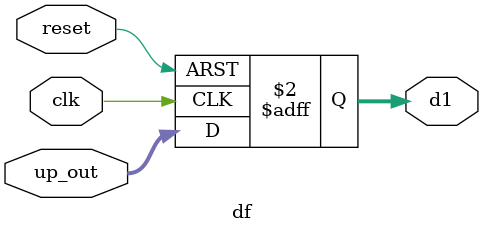
<source format=v>
module df(clk,reset,up_out,d1
    );
input clk,reset;
input [7:0] up_out;
output reg [7:0] d1;
always @(posedge clk,posedge reset)
begin
if(reset)
begin
    
    d1<=0;
	 
end
else 
begin
  d1<=up_out;
end	 

   
end

endmodule
</source>
